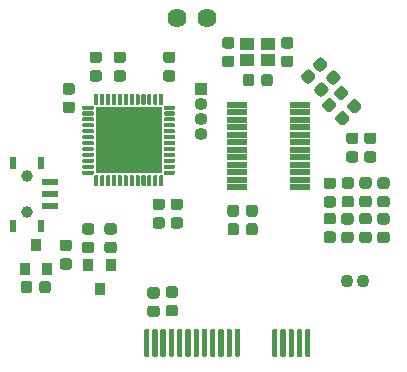
<source format=gts>
G04 #@! TF.GenerationSoftware,KiCad,Pcbnew,(5.1.6)-1*
G04 #@! TF.CreationDate,2020-12-22T11:02:33+08:00*
G04 #@! TF.ProjectId,V1.0,56312e30-2e6b-4696-9361-645f70636258,rev?*
G04 #@! TF.SameCoordinates,Original*
G04 #@! TF.FileFunction,Soldermask,Top*
G04 #@! TF.FilePolarity,Negative*
%FSLAX46Y46*%
G04 Gerber Fmt 4.6, Leading zero omitted, Abs format (unit mm)*
G04 Created by KiCad (PCBNEW (5.1.6)-1) date 2020-12-22 11:02:33*
%MOMM*%
%LPD*%
G01*
G04 APERTURE LIST*
%ADD10C,1.624000*%
%ADD11C,1.100000*%
%ADD12R,0.900000X1.000000*%
%ADD13R,1.250000X1.100000*%
%ADD14R,1.700000X0.510000*%
%ADD15C,1.000000*%
%ADD16R,0.600000X1.100000*%
%ADD17R,1.400000X0.600000*%
%ADD18R,5.700000X5.700000*%
%ADD19O,1.100000X1.100000*%
%ADD20R,1.100000X1.100000*%
G04 APERTURE END LIST*
D10*
X28700000Y-13800000D03*
X31300000Y-13800000D03*
D11*
X44489600Y-36073500D03*
X43089600Y-36073500D03*
D12*
X22161500Y-36737800D03*
X21211500Y-34737800D03*
X23111500Y-34737800D03*
G36*
G01*
X40372741Y-18892994D02*
X39974993Y-19290741D01*
G75*
G02*
X39630279Y-19290741I-172357J172357D01*
G01*
X39285565Y-18946027D01*
G75*
G02*
X39285565Y-18601313I172357J172357D01*
G01*
X39683313Y-18203565D01*
G75*
G02*
X40028027Y-18203565I172357J-172357D01*
G01*
X40372741Y-18548279D01*
G75*
G02*
X40372741Y-18892993I-172357J-172357D01*
G01*
G37*
G36*
G01*
X41486435Y-20006688D02*
X41088687Y-20404435D01*
G75*
G02*
X40743973Y-20404435I-172357J172357D01*
G01*
X40399259Y-20059721D01*
G75*
G02*
X40399259Y-19715007I172357J172357D01*
G01*
X40797007Y-19317259D01*
G75*
G02*
X41141721Y-19317259I172357J-172357D01*
G01*
X41486435Y-19661973D01*
G75*
G02*
X41486435Y-20006687I-172357J-172357D01*
G01*
G37*
G36*
G01*
X38868200Y-42400600D02*
X38868200Y-40225600D01*
G75*
G02*
X38980700Y-40113100I112500J0D01*
G01*
X39205700Y-40113100D01*
G75*
G02*
X39318200Y-40225600I0J-112500D01*
G01*
X39318200Y-42400600D01*
G75*
G02*
X39205700Y-42513100I-112500J0D01*
G01*
X38980700Y-42513100D01*
G75*
G02*
X38868200Y-42400600I0J112500D01*
G01*
G37*
G36*
G01*
X38168200Y-42400600D02*
X38168200Y-40225600D01*
G75*
G02*
X38280700Y-40113100I112500J0D01*
G01*
X38505700Y-40113100D01*
G75*
G02*
X38618200Y-40225600I0J-112500D01*
G01*
X38618200Y-42400600D01*
G75*
G02*
X38505700Y-42513100I-112500J0D01*
G01*
X38280700Y-42513100D01*
G75*
G02*
X38168200Y-42400600I0J112500D01*
G01*
G37*
G36*
G01*
X37468200Y-42400600D02*
X37468200Y-40225600D01*
G75*
G02*
X37580700Y-40113100I112500J0D01*
G01*
X37805700Y-40113100D01*
G75*
G02*
X37918200Y-40225600I0J-112500D01*
G01*
X37918200Y-42400600D01*
G75*
G02*
X37805700Y-42513100I-112500J0D01*
G01*
X37580700Y-42513100D01*
G75*
G02*
X37468200Y-42400600I0J112500D01*
G01*
G37*
G36*
G01*
X39568200Y-42400600D02*
X39568200Y-40225600D01*
G75*
G02*
X39680700Y-40113100I112500J0D01*
G01*
X39905700Y-40113100D01*
G75*
G02*
X40018200Y-40225600I0J-112500D01*
G01*
X40018200Y-42400600D01*
G75*
G02*
X39905700Y-42513100I-112500J0D01*
G01*
X39680700Y-42513100D01*
G75*
G02*
X39568200Y-42400600I0J112500D01*
G01*
G37*
G36*
G01*
X36768200Y-42400600D02*
X36768200Y-40225600D01*
G75*
G02*
X36880700Y-40113100I112500J0D01*
G01*
X37105700Y-40113100D01*
G75*
G02*
X37218200Y-40225600I0J-112500D01*
G01*
X37218200Y-42400600D01*
G75*
G02*
X37105700Y-42513100I-112500J0D01*
G01*
X36880700Y-42513100D01*
G75*
G02*
X36768200Y-42400600I0J112500D01*
G01*
G37*
G36*
G01*
X33625000Y-42387900D02*
X33625000Y-40212900D01*
G75*
G02*
X33737500Y-40100400I112500J0D01*
G01*
X33962500Y-40100400D01*
G75*
G02*
X34075000Y-40212900I0J-112500D01*
G01*
X34075000Y-42387900D01*
G75*
G02*
X33962500Y-42500400I-112500J0D01*
G01*
X33737500Y-42500400D01*
G75*
G02*
X33625000Y-42387900I0J112500D01*
G01*
G37*
G36*
G01*
X32925000Y-42387900D02*
X32925000Y-40212900D01*
G75*
G02*
X33037500Y-40100400I112500J0D01*
G01*
X33262500Y-40100400D01*
G75*
G02*
X33375000Y-40212900I0J-112500D01*
G01*
X33375000Y-42387900D01*
G75*
G02*
X33262500Y-42500400I-112500J0D01*
G01*
X33037500Y-42500400D01*
G75*
G02*
X32925000Y-42387900I0J112500D01*
G01*
G37*
G36*
G01*
X32225000Y-42387900D02*
X32225000Y-40212900D01*
G75*
G02*
X32337500Y-40100400I112500J0D01*
G01*
X32562500Y-40100400D01*
G75*
G02*
X32675000Y-40212900I0J-112500D01*
G01*
X32675000Y-42387900D01*
G75*
G02*
X32562500Y-42500400I-112500J0D01*
G01*
X32337500Y-42500400D01*
G75*
G02*
X32225000Y-42387900I0J112500D01*
G01*
G37*
G36*
G01*
X31525000Y-42387900D02*
X31525000Y-40212900D01*
G75*
G02*
X31637500Y-40100400I112500J0D01*
G01*
X31862500Y-40100400D01*
G75*
G02*
X31975000Y-40212900I0J-112500D01*
G01*
X31975000Y-42387900D01*
G75*
G02*
X31862500Y-42500400I-112500J0D01*
G01*
X31637500Y-42500400D01*
G75*
G02*
X31525000Y-42387900I0J112500D01*
G01*
G37*
G36*
G01*
X30825000Y-42387900D02*
X30825000Y-40212900D01*
G75*
G02*
X30937500Y-40100400I112500J0D01*
G01*
X31162500Y-40100400D01*
G75*
G02*
X31275000Y-40212900I0J-112500D01*
G01*
X31275000Y-42387900D01*
G75*
G02*
X31162500Y-42500400I-112500J0D01*
G01*
X30937500Y-42500400D01*
G75*
G02*
X30825000Y-42387900I0J112500D01*
G01*
G37*
G36*
G01*
X25925000Y-42387900D02*
X25925000Y-40212900D01*
G75*
G02*
X26037500Y-40100400I112500J0D01*
G01*
X26262500Y-40100400D01*
G75*
G02*
X26375000Y-40212900I0J-112500D01*
G01*
X26375000Y-42387900D01*
G75*
G02*
X26262500Y-42500400I-112500J0D01*
G01*
X26037500Y-42500400D01*
G75*
G02*
X25925000Y-42387900I0J112500D01*
G01*
G37*
G36*
G01*
X26625000Y-42387900D02*
X26625000Y-40212900D01*
G75*
G02*
X26737500Y-40100400I112500J0D01*
G01*
X26962500Y-40100400D01*
G75*
G02*
X27075000Y-40212900I0J-112500D01*
G01*
X27075000Y-42387900D01*
G75*
G02*
X26962500Y-42500400I-112500J0D01*
G01*
X26737500Y-42500400D01*
G75*
G02*
X26625000Y-42387900I0J112500D01*
G01*
G37*
G36*
G01*
X27325000Y-42387900D02*
X27325000Y-40212900D01*
G75*
G02*
X27437500Y-40100400I112500J0D01*
G01*
X27662500Y-40100400D01*
G75*
G02*
X27775000Y-40212900I0J-112500D01*
G01*
X27775000Y-42387900D01*
G75*
G02*
X27662500Y-42500400I-112500J0D01*
G01*
X27437500Y-42500400D01*
G75*
G02*
X27325000Y-42387900I0J112500D01*
G01*
G37*
G36*
G01*
X28025000Y-42387900D02*
X28025000Y-40212900D01*
G75*
G02*
X28137500Y-40100400I112500J0D01*
G01*
X28362500Y-40100400D01*
G75*
G02*
X28475000Y-40212900I0J-112500D01*
G01*
X28475000Y-42387900D01*
G75*
G02*
X28362500Y-42500400I-112500J0D01*
G01*
X28137500Y-42500400D01*
G75*
G02*
X28025000Y-42387900I0J112500D01*
G01*
G37*
G36*
G01*
X28725000Y-42387900D02*
X28725000Y-40212900D01*
G75*
G02*
X28837500Y-40100400I112500J0D01*
G01*
X29062500Y-40100400D01*
G75*
G02*
X29175000Y-40212900I0J-112500D01*
G01*
X29175000Y-42387900D01*
G75*
G02*
X29062500Y-42500400I-112500J0D01*
G01*
X28837500Y-42500400D01*
G75*
G02*
X28725000Y-42387900I0J112500D01*
G01*
G37*
G36*
G01*
X30125000Y-42387900D02*
X30125000Y-40212900D01*
G75*
G02*
X30237500Y-40100400I112500J0D01*
G01*
X30462500Y-40100400D01*
G75*
G02*
X30575000Y-40212900I0J-112500D01*
G01*
X30575000Y-42387900D01*
G75*
G02*
X30462500Y-42500400I-112500J0D01*
G01*
X30237500Y-42500400D01*
G75*
G02*
X30125000Y-42387900I0J112500D01*
G01*
G37*
G36*
G01*
X29425000Y-42387900D02*
X29425000Y-40212900D01*
G75*
G02*
X29537500Y-40100400I112500J0D01*
G01*
X29762500Y-40100400D01*
G75*
G02*
X29875000Y-40212900I0J-112500D01*
G01*
X29875000Y-42387900D01*
G75*
G02*
X29762500Y-42500400I-112500J0D01*
G01*
X29537500Y-42500400D01*
G75*
G02*
X29425000Y-42387900I0J112500D01*
G01*
G37*
D13*
X34679000Y-15980000D03*
X36429000Y-15980000D03*
X36429000Y-17380000D03*
X34679000Y-17380000D03*
D14*
X39103300Y-21145500D03*
X39103300Y-21780500D03*
X39103300Y-22415500D03*
X39103300Y-23050500D03*
X39103300Y-26225500D03*
X39103300Y-26860500D03*
X39103300Y-27495500D03*
X39103300Y-28130500D03*
X33794700Y-28130500D03*
X33794700Y-27495500D03*
X33794700Y-26860500D03*
X33794700Y-26225500D03*
X33794700Y-23050500D03*
X33794700Y-22415500D03*
X33794700Y-21780500D03*
X33794700Y-21145500D03*
X33794700Y-23685500D03*
X33794700Y-24320500D03*
X39103300Y-24320500D03*
X39103300Y-23685500D03*
X33794700Y-24955500D03*
X33794700Y-25590500D03*
X39103300Y-24955500D03*
X39103300Y-25590500D03*
D15*
X16033500Y-30202000D03*
X16033500Y-27202000D03*
D16*
X14859000Y-31369000D03*
X14858500Y-26035000D03*
X17208500Y-31369000D03*
X17208500Y-26035000D03*
D17*
X17970500Y-27702000D03*
X17970500Y-29702000D03*
X17970500Y-28702000D03*
G36*
G01*
X43427250Y-31284000D02*
X42864750Y-31284000D01*
G75*
G02*
X42621000Y-31040250I0J243750D01*
G01*
X42621000Y-30552750D01*
G75*
G02*
X42864750Y-30309000I243750J0D01*
G01*
X43427250Y-30309000D01*
G75*
G02*
X43671000Y-30552750I0J-243750D01*
G01*
X43671000Y-31040250D01*
G75*
G02*
X43427250Y-31284000I-243750J0D01*
G01*
G37*
G36*
G01*
X43427250Y-32859000D02*
X42864750Y-32859000D01*
G75*
G02*
X42621000Y-32615250I0J243750D01*
G01*
X42621000Y-32127750D01*
G75*
G02*
X42864750Y-31884000I243750J0D01*
G01*
X43427250Y-31884000D01*
G75*
G02*
X43671000Y-32127750I0J-243750D01*
G01*
X43671000Y-32615250D01*
G75*
G02*
X43427250Y-32859000I-243750J0D01*
G01*
G37*
G36*
G01*
X44967250Y-28244000D02*
X44404750Y-28244000D01*
G75*
G02*
X44161000Y-28000250I0J243750D01*
G01*
X44161000Y-27512750D01*
G75*
G02*
X44404750Y-27269000I243750J0D01*
G01*
X44967250Y-27269000D01*
G75*
G02*
X45211000Y-27512750I0J-243750D01*
G01*
X45211000Y-28000250D01*
G75*
G02*
X44967250Y-28244000I-243750J0D01*
G01*
G37*
G36*
G01*
X44967250Y-29819000D02*
X44404750Y-29819000D01*
G75*
G02*
X44161000Y-29575250I0J243750D01*
G01*
X44161000Y-29087750D01*
G75*
G02*
X44404750Y-28844000I243750J0D01*
G01*
X44967250Y-28844000D01*
G75*
G02*
X45211000Y-29087750I0J-243750D01*
G01*
X45211000Y-29575250D01*
G75*
G02*
X44967250Y-29819000I-243750J0D01*
G01*
G37*
G36*
G01*
X45914750Y-31884000D02*
X46477250Y-31884000D01*
G75*
G02*
X46721000Y-32127750I0J-243750D01*
G01*
X46721000Y-32615250D01*
G75*
G02*
X46477250Y-32859000I-243750J0D01*
G01*
X45914750Y-32859000D01*
G75*
G02*
X45671000Y-32615250I0J243750D01*
G01*
X45671000Y-32127750D01*
G75*
G02*
X45914750Y-31884000I243750J0D01*
G01*
G37*
G36*
G01*
X45914750Y-30309000D02*
X46477250Y-30309000D01*
G75*
G02*
X46721000Y-30552750I0J-243750D01*
G01*
X46721000Y-31040250D01*
G75*
G02*
X46477250Y-31284000I-243750J0D01*
G01*
X45914750Y-31284000D01*
G75*
G02*
X45671000Y-31040250I0J243750D01*
G01*
X45671000Y-30552750D01*
G75*
G02*
X45914750Y-30309000I243750J0D01*
G01*
G37*
G36*
G01*
X35860000Y-19331250D02*
X35860000Y-18768750D01*
G75*
G02*
X36103750Y-18525000I243750J0D01*
G01*
X36591250Y-18525000D01*
G75*
G02*
X36835000Y-18768750I0J-243750D01*
G01*
X36835000Y-19331250D01*
G75*
G02*
X36591250Y-19575000I-243750J0D01*
G01*
X36103750Y-19575000D01*
G75*
G02*
X35860000Y-19331250I0J243750D01*
G01*
G37*
G36*
G01*
X34285000Y-19331250D02*
X34285000Y-18768750D01*
G75*
G02*
X34528750Y-18525000I243750J0D01*
G01*
X35016250Y-18525000D01*
G75*
G02*
X35260000Y-18768750I0J-243750D01*
G01*
X35260000Y-19331250D01*
G75*
G02*
X35016250Y-19575000I-243750J0D01*
G01*
X34528750Y-19575000D01*
G75*
G02*
X34285000Y-19331250I0J243750D01*
G01*
G37*
G36*
G01*
X41388741Y-17876994D02*
X40990993Y-18274741D01*
G75*
G02*
X40646279Y-18274741I-172357J172357D01*
G01*
X40301565Y-17930027D01*
G75*
G02*
X40301565Y-17585313I172357J172357D01*
G01*
X40699313Y-17187565D01*
G75*
G02*
X41044027Y-17187565I172357J-172357D01*
G01*
X41388741Y-17532279D01*
G75*
G02*
X41388741Y-17876993I-172357J-172357D01*
G01*
G37*
G36*
G01*
X42502435Y-18990688D02*
X42104687Y-19388435D01*
G75*
G02*
X41759973Y-19388435I-172357J172357D01*
G01*
X41415259Y-19043721D01*
G75*
G02*
X41415259Y-18699007I172357J172357D01*
G01*
X41813007Y-18301259D01*
G75*
G02*
X42157721Y-18301259I172357J-172357D01*
G01*
X42502435Y-18645973D01*
G75*
G02*
X42502435Y-18990687I-172357J-172357D01*
G01*
G37*
G36*
G01*
X42150741Y-21305994D02*
X41752993Y-21703741D01*
G75*
G02*
X41408279Y-21703741I-172357J172357D01*
G01*
X41063565Y-21359027D01*
G75*
G02*
X41063565Y-21014313I172357J172357D01*
G01*
X41461313Y-20616565D01*
G75*
G02*
X41806027Y-20616565I172357J-172357D01*
G01*
X42150741Y-20961279D01*
G75*
G02*
X42150741Y-21305993I-172357J-172357D01*
G01*
G37*
G36*
G01*
X43264435Y-22419688D02*
X42866687Y-22817435D01*
G75*
G02*
X42521973Y-22817435I-172357J172357D01*
G01*
X42177259Y-22472721D01*
G75*
G02*
X42177259Y-22128007I172357J172357D01*
G01*
X42575007Y-21730259D01*
G75*
G02*
X42919721Y-21730259I172357J-172357D01*
G01*
X43264435Y-22074973D01*
G75*
G02*
X43264435Y-22419687I-172357J-172357D01*
G01*
G37*
G36*
G01*
X41374750Y-31864000D02*
X41937250Y-31864000D01*
G75*
G02*
X42181000Y-32107750I0J-243750D01*
G01*
X42181000Y-32595250D01*
G75*
G02*
X41937250Y-32839000I-243750J0D01*
G01*
X41374750Y-32839000D01*
G75*
G02*
X41131000Y-32595250I0J243750D01*
G01*
X41131000Y-32107750D01*
G75*
G02*
X41374750Y-31864000I243750J0D01*
G01*
G37*
G36*
G01*
X41374750Y-30289000D02*
X41937250Y-30289000D01*
G75*
G02*
X42181000Y-30532750I0J-243750D01*
G01*
X42181000Y-31020250D01*
G75*
G02*
X41937250Y-31264000I-243750J0D01*
G01*
X41374750Y-31264000D01*
G75*
G02*
X41131000Y-31020250I0J243750D01*
G01*
X41131000Y-30532750D01*
G75*
G02*
X41374750Y-30289000I243750J0D01*
G01*
G37*
G36*
G01*
X43166741Y-20289994D02*
X42768993Y-20687741D01*
G75*
G02*
X42424279Y-20687741I-172357J172357D01*
G01*
X42079565Y-20343027D01*
G75*
G02*
X42079565Y-19998313I172357J172357D01*
G01*
X42477313Y-19600565D01*
G75*
G02*
X42822027Y-19600565I172357J-172357D01*
G01*
X43166741Y-19945279D01*
G75*
G02*
X43166741Y-20289993I-172357J-172357D01*
G01*
G37*
G36*
G01*
X44280435Y-21403688D02*
X43882687Y-21801435D01*
G75*
G02*
X43537973Y-21801435I-172357J172357D01*
G01*
X43193259Y-21456721D01*
G75*
G02*
X43193259Y-21112007I172357J172357D01*
G01*
X43591007Y-20714259D01*
G75*
G02*
X43935721Y-20714259I172357J-172357D01*
G01*
X44280435Y-21058973D01*
G75*
G02*
X44280435Y-21403687I-172357J-172357D01*
G01*
G37*
G36*
G01*
X44394750Y-31874000D02*
X44957250Y-31874000D01*
G75*
G02*
X45201000Y-32117750I0J-243750D01*
G01*
X45201000Y-32605250D01*
G75*
G02*
X44957250Y-32849000I-243750J0D01*
G01*
X44394750Y-32849000D01*
G75*
G02*
X44151000Y-32605250I0J243750D01*
G01*
X44151000Y-32117750D01*
G75*
G02*
X44394750Y-31874000I243750J0D01*
G01*
G37*
G36*
G01*
X44394750Y-30299000D02*
X44957250Y-30299000D01*
G75*
G02*
X45201000Y-30542750I0J-243750D01*
G01*
X45201000Y-31030250D01*
G75*
G02*
X44957250Y-31274000I-243750J0D01*
G01*
X44394750Y-31274000D01*
G75*
G02*
X44151000Y-31030250I0J243750D01*
G01*
X44151000Y-30542750D01*
G75*
G02*
X44394750Y-30299000I243750J0D01*
G01*
G37*
G36*
G01*
X45366250Y-24465000D02*
X44803750Y-24465000D01*
G75*
G02*
X44560000Y-24221250I0J243750D01*
G01*
X44560000Y-23733750D01*
G75*
G02*
X44803750Y-23490000I243750J0D01*
G01*
X45366250Y-23490000D01*
G75*
G02*
X45610000Y-23733750I0J-243750D01*
G01*
X45610000Y-24221250D01*
G75*
G02*
X45366250Y-24465000I-243750J0D01*
G01*
G37*
G36*
G01*
X45366250Y-26040000D02*
X44803750Y-26040000D01*
G75*
G02*
X44560000Y-25796250I0J243750D01*
G01*
X44560000Y-25308750D01*
G75*
G02*
X44803750Y-25065000I243750J0D01*
G01*
X45366250Y-25065000D01*
G75*
G02*
X45610000Y-25308750I0J-243750D01*
G01*
X45610000Y-25796250D01*
G75*
G02*
X45366250Y-26040000I-243750J0D01*
G01*
G37*
G36*
G01*
X32772750Y-16980000D02*
X33335250Y-16980000D01*
G75*
G02*
X33579000Y-17223750I0J-243750D01*
G01*
X33579000Y-17711250D01*
G75*
G02*
X33335250Y-17955000I-243750J0D01*
G01*
X32772750Y-17955000D01*
G75*
G02*
X32529000Y-17711250I0J243750D01*
G01*
X32529000Y-17223750D01*
G75*
G02*
X32772750Y-16980000I243750J0D01*
G01*
G37*
G36*
G01*
X32772750Y-15405000D02*
X33335250Y-15405000D01*
G75*
G02*
X33579000Y-15648750I0J-243750D01*
G01*
X33579000Y-16136250D01*
G75*
G02*
X33335250Y-16380000I-243750J0D01*
G01*
X32772750Y-16380000D01*
G75*
G02*
X32529000Y-16136250I0J243750D01*
G01*
X32529000Y-15648750D01*
G75*
G02*
X32772750Y-15405000I243750J0D01*
G01*
G37*
G36*
G01*
X38335250Y-16380000D02*
X37772750Y-16380000D01*
G75*
G02*
X37529000Y-16136250I0J243750D01*
G01*
X37529000Y-15648750D01*
G75*
G02*
X37772750Y-15405000I243750J0D01*
G01*
X38335250Y-15405000D01*
G75*
G02*
X38579000Y-15648750I0J-243750D01*
G01*
X38579000Y-16136250D01*
G75*
G02*
X38335250Y-16380000I-243750J0D01*
G01*
G37*
G36*
G01*
X38335250Y-17955000D02*
X37772750Y-17955000D01*
G75*
G02*
X37529000Y-17711250I0J243750D01*
G01*
X37529000Y-17223750D01*
G75*
G02*
X37772750Y-16980000I243750J0D01*
G01*
X38335250Y-16980000D01*
G75*
G02*
X38579000Y-17223750I0J-243750D01*
G01*
X38579000Y-17711250D01*
G75*
G02*
X38335250Y-17955000I-243750J0D01*
G01*
G37*
G36*
G01*
X43842250Y-24465000D02*
X43279750Y-24465000D01*
G75*
G02*
X43036000Y-24221250I0J243750D01*
G01*
X43036000Y-23733750D01*
G75*
G02*
X43279750Y-23490000I243750J0D01*
G01*
X43842250Y-23490000D01*
G75*
G02*
X44086000Y-23733750I0J-243750D01*
G01*
X44086000Y-24221250D01*
G75*
G02*
X43842250Y-24465000I-243750J0D01*
G01*
G37*
G36*
G01*
X43842250Y-26040000D02*
X43279750Y-26040000D01*
G75*
G02*
X43036000Y-25796250I0J243750D01*
G01*
X43036000Y-25308750D01*
G75*
G02*
X43279750Y-25065000I243750J0D01*
G01*
X43842250Y-25065000D01*
G75*
G02*
X44086000Y-25308750I0J-243750D01*
G01*
X44086000Y-25796250D01*
G75*
G02*
X43842250Y-26040000I-243750J0D01*
G01*
G37*
G36*
G01*
X42898750Y-28849500D02*
X43461250Y-28849500D01*
G75*
G02*
X43705000Y-29093250I0J-243750D01*
G01*
X43705000Y-29580750D01*
G75*
G02*
X43461250Y-29824500I-243750J0D01*
G01*
X42898750Y-29824500D01*
G75*
G02*
X42655000Y-29580750I0J243750D01*
G01*
X42655000Y-29093250D01*
G75*
G02*
X42898750Y-28849500I243750J0D01*
G01*
G37*
G36*
G01*
X42898750Y-27274500D02*
X43461250Y-27274500D01*
G75*
G02*
X43705000Y-27518250I0J-243750D01*
G01*
X43705000Y-28005750D01*
G75*
G02*
X43461250Y-28249500I-243750J0D01*
G01*
X42898750Y-28249500D01*
G75*
G02*
X42655000Y-28005750I0J243750D01*
G01*
X42655000Y-27518250D01*
G75*
G02*
X42898750Y-27274500I243750J0D01*
G01*
G37*
G36*
G01*
X41374750Y-28875000D02*
X41937250Y-28875000D01*
G75*
G02*
X42181000Y-29118750I0J-243750D01*
G01*
X42181000Y-29606250D01*
G75*
G02*
X41937250Y-29850000I-243750J0D01*
G01*
X41374750Y-29850000D01*
G75*
G02*
X41131000Y-29606250I0J243750D01*
G01*
X41131000Y-29118750D01*
G75*
G02*
X41374750Y-28875000I243750J0D01*
G01*
G37*
G36*
G01*
X41374750Y-27300000D02*
X41937250Y-27300000D01*
G75*
G02*
X42181000Y-27543750I0J-243750D01*
G01*
X42181000Y-28031250D01*
G75*
G02*
X41937250Y-28275000I-243750J0D01*
G01*
X41374750Y-28275000D01*
G75*
G02*
X41131000Y-28031250I0J243750D01*
G01*
X41131000Y-27543750D01*
G75*
G02*
X41374750Y-27300000I243750J0D01*
G01*
G37*
G36*
G01*
X46487250Y-28254000D02*
X45924750Y-28254000D01*
G75*
G02*
X45681000Y-28010250I0J243750D01*
G01*
X45681000Y-27522750D01*
G75*
G02*
X45924750Y-27279000I243750J0D01*
G01*
X46487250Y-27279000D01*
G75*
G02*
X46731000Y-27522750I0J-243750D01*
G01*
X46731000Y-28010250D01*
G75*
G02*
X46487250Y-28254000I-243750J0D01*
G01*
G37*
G36*
G01*
X46487250Y-29829000D02*
X45924750Y-29829000D01*
G75*
G02*
X45681000Y-29585250I0J243750D01*
G01*
X45681000Y-29097750D01*
G75*
G02*
X45924750Y-28854000I243750J0D01*
G01*
X46487250Y-28854000D01*
G75*
G02*
X46731000Y-29097750I0J-243750D01*
G01*
X46731000Y-29585250D01*
G75*
G02*
X46487250Y-29829000I-243750J0D01*
G01*
G37*
G36*
G01*
X34573000Y-31960250D02*
X34573000Y-31397750D01*
G75*
G02*
X34816750Y-31154000I243750J0D01*
G01*
X35304250Y-31154000D01*
G75*
G02*
X35548000Y-31397750I0J-243750D01*
G01*
X35548000Y-31960250D01*
G75*
G02*
X35304250Y-32204000I-243750J0D01*
G01*
X34816750Y-32204000D01*
G75*
G02*
X34573000Y-31960250I0J243750D01*
G01*
G37*
G36*
G01*
X32998000Y-31960250D02*
X32998000Y-31397750D01*
G75*
G02*
X33241750Y-31154000I243750J0D01*
G01*
X33729250Y-31154000D01*
G75*
G02*
X33973000Y-31397750I0J-243750D01*
G01*
X33973000Y-31960250D01*
G75*
G02*
X33729250Y-32204000I-243750J0D01*
G01*
X33241750Y-32204000D01*
G75*
G02*
X32998000Y-31960250I0J243750D01*
G01*
G37*
G36*
G01*
X34563000Y-30390250D02*
X34563000Y-29827750D01*
G75*
G02*
X34806750Y-29584000I243750J0D01*
G01*
X35294250Y-29584000D01*
G75*
G02*
X35538000Y-29827750I0J-243750D01*
G01*
X35538000Y-30390250D01*
G75*
G02*
X35294250Y-30634000I-243750J0D01*
G01*
X34806750Y-30634000D01*
G75*
G02*
X34563000Y-30390250I0J243750D01*
G01*
G37*
G36*
G01*
X32988000Y-30390250D02*
X32988000Y-29827750D01*
G75*
G02*
X33231750Y-29584000I243750J0D01*
G01*
X33719250Y-29584000D01*
G75*
G02*
X33963000Y-29827750I0J-243750D01*
G01*
X33963000Y-30390250D01*
G75*
G02*
X33719250Y-30634000I-243750J0D01*
G01*
X33231750Y-30634000D01*
G75*
G02*
X32988000Y-30390250I0J243750D01*
G01*
G37*
D12*
X16764000Y-33036000D03*
X17714000Y-35036000D03*
X15814000Y-35036000D03*
D18*
X24638000Y-24130000D03*
G36*
G01*
X21713000Y-21092500D02*
X21713000Y-20292500D01*
G75*
G02*
X21800500Y-20205000I87500J0D01*
G01*
X21975500Y-20205000D01*
G75*
G02*
X22063000Y-20292500I0J-87500D01*
G01*
X22063000Y-21092500D01*
G75*
G02*
X21975500Y-21180000I-87500J0D01*
G01*
X21800500Y-21180000D01*
G75*
G02*
X21713000Y-21092500I0J87500D01*
G01*
G37*
G36*
G01*
X22213000Y-21092500D02*
X22213000Y-20292500D01*
G75*
G02*
X22300500Y-20205000I87500J0D01*
G01*
X22475500Y-20205000D01*
G75*
G02*
X22563000Y-20292500I0J-87500D01*
G01*
X22563000Y-21092500D01*
G75*
G02*
X22475500Y-21180000I-87500J0D01*
G01*
X22300500Y-21180000D01*
G75*
G02*
X22213000Y-21092500I0J87500D01*
G01*
G37*
G36*
G01*
X22713000Y-21092500D02*
X22713000Y-20292500D01*
G75*
G02*
X22800500Y-20205000I87500J0D01*
G01*
X22975500Y-20205000D01*
G75*
G02*
X23063000Y-20292500I0J-87500D01*
G01*
X23063000Y-21092500D01*
G75*
G02*
X22975500Y-21180000I-87500J0D01*
G01*
X22800500Y-21180000D01*
G75*
G02*
X22713000Y-21092500I0J87500D01*
G01*
G37*
G36*
G01*
X23213000Y-21092500D02*
X23213000Y-20292500D01*
G75*
G02*
X23300500Y-20205000I87500J0D01*
G01*
X23475500Y-20205000D01*
G75*
G02*
X23563000Y-20292500I0J-87500D01*
G01*
X23563000Y-21092500D01*
G75*
G02*
X23475500Y-21180000I-87500J0D01*
G01*
X23300500Y-21180000D01*
G75*
G02*
X23213000Y-21092500I0J87500D01*
G01*
G37*
G36*
G01*
X23713000Y-21092500D02*
X23713000Y-20292500D01*
G75*
G02*
X23800500Y-20205000I87500J0D01*
G01*
X23975500Y-20205000D01*
G75*
G02*
X24063000Y-20292500I0J-87500D01*
G01*
X24063000Y-21092500D01*
G75*
G02*
X23975500Y-21180000I-87500J0D01*
G01*
X23800500Y-21180000D01*
G75*
G02*
X23713000Y-21092500I0J87500D01*
G01*
G37*
G36*
G01*
X24213000Y-21092500D02*
X24213000Y-20292500D01*
G75*
G02*
X24300500Y-20205000I87500J0D01*
G01*
X24475500Y-20205000D01*
G75*
G02*
X24563000Y-20292500I0J-87500D01*
G01*
X24563000Y-21092500D01*
G75*
G02*
X24475500Y-21180000I-87500J0D01*
G01*
X24300500Y-21180000D01*
G75*
G02*
X24213000Y-21092500I0J87500D01*
G01*
G37*
G36*
G01*
X24713000Y-21092500D02*
X24713000Y-20292500D01*
G75*
G02*
X24800500Y-20205000I87500J0D01*
G01*
X24975500Y-20205000D01*
G75*
G02*
X25063000Y-20292500I0J-87500D01*
G01*
X25063000Y-21092500D01*
G75*
G02*
X24975500Y-21180000I-87500J0D01*
G01*
X24800500Y-21180000D01*
G75*
G02*
X24713000Y-21092500I0J87500D01*
G01*
G37*
G36*
G01*
X25213000Y-21092500D02*
X25213000Y-20292500D01*
G75*
G02*
X25300500Y-20205000I87500J0D01*
G01*
X25475500Y-20205000D01*
G75*
G02*
X25563000Y-20292500I0J-87500D01*
G01*
X25563000Y-21092500D01*
G75*
G02*
X25475500Y-21180000I-87500J0D01*
G01*
X25300500Y-21180000D01*
G75*
G02*
X25213000Y-21092500I0J87500D01*
G01*
G37*
G36*
G01*
X25713000Y-21092500D02*
X25713000Y-20292500D01*
G75*
G02*
X25800500Y-20205000I87500J0D01*
G01*
X25975500Y-20205000D01*
G75*
G02*
X26063000Y-20292500I0J-87500D01*
G01*
X26063000Y-21092500D01*
G75*
G02*
X25975500Y-21180000I-87500J0D01*
G01*
X25800500Y-21180000D01*
G75*
G02*
X25713000Y-21092500I0J87500D01*
G01*
G37*
G36*
G01*
X26213000Y-21092500D02*
X26213000Y-20292500D01*
G75*
G02*
X26300500Y-20205000I87500J0D01*
G01*
X26475500Y-20205000D01*
G75*
G02*
X26563000Y-20292500I0J-87500D01*
G01*
X26563000Y-21092500D01*
G75*
G02*
X26475500Y-21180000I-87500J0D01*
G01*
X26300500Y-21180000D01*
G75*
G02*
X26213000Y-21092500I0J87500D01*
G01*
G37*
G36*
G01*
X26713000Y-21092500D02*
X26713000Y-20292500D01*
G75*
G02*
X26800500Y-20205000I87500J0D01*
G01*
X26975500Y-20205000D01*
G75*
G02*
X27063000Y-20292500I0J-87500D01*
G01*
X27063000Y-21092500D01*
G75*
G02*
X26975500Y-21180000I-87500J0D01*
G01*
X26800500Y-21180000D01*
G75*
G02*
X26713000Y-21092500I0J87500D01*
G01*
G37*
G36*
G01*
X27213000Y-21092500D02*
X27213000Y-20292500D01*
G75*
G02*
X27300500Y-20205000I87500J0D01*
G01*
X27475500Y-20205000D01*
G75*
G02*
X27563000Y-20292500I0J-87500D01*
G01*
X27563000Y-21092500D01*
G75*
G02*
X27475500Y-21180000I-87500J0D01*
G01*
X27300500Y-21180000D01*
G75*
G02*
X27213000Y-21092500I0J87500D01*
G01*
G37*
G36*
G01*
X27588000Y-21467500D02*
X27588000Y-21292500D01*
G75*
G02*
X27675500Y-21205000I87500J0D01*
G01*
X28475500Y-21205000D01*
G75*
G02*
X28563000Y-21292500I0J-87500D01*
G01*
X28563000Y-21467500D01*
G75*
G02*
X28475500Y-21555000I-87500J0D01*
G01*
X27675500Y-21555000D01*
G75*
G02*
X27588000Y-21467500I0J87500D01*
G01*
G37*
G36*
G01*
X27588000Y-21967500D02*
X27588000Y-21792500D01*
G75*
G02*
X27675500Y-21705000I87500J0D01*
G01*
X28475500Y-21705000D01*
G75*
G02*
X28563000Y-21792500I0J-87500D01*
G01*
X28563000Y-21967500D01*
G75*
G02*
X28475500Y-22055000I-87500J0D01*
G01*
X27675500Y-22055000D01*
G75*
G02*
X27588000Y-21967500I0J87500D01*
G01*
G37*
G36*
G01*
X27588000Y-22467500D02*
X27588000Y-22292500D01*
G75*
G02*
X27675500Y-22205000I87500J0D01*
G01*
X28475500Y-22205000D01*
G75*
G02*
X28563000Y-22292500I0J-87500D01*
G01*
X28563000Y-22467500D01*
G75*
G02*
X28475500Y-22555000I-87500J0D01*
G01*
X27675500Y-22555000D01*
G75*
G02*
X27588000Y-22467500I0J87500D01*
G01*
G37*
G36*
G01*
X27588000Y-22967500D02*
X27588000Y-22792500D01*
G75*
G02*
X27675500Y-22705000I87500J0D01*
G01*
X28475500Y-22705000D01*
G75*
G02*
X28563000Y-22792500I0J-87500D01*
G01*
X28563000Y-22967500D01*
G75*
G02*
X28475500Y-23055000I-87500J0D01*
G01*
X27675500Y-23055000D01*
G75*
G02*
X27588000Y-22967500I0J87500D01*
G01*
G37*
G36*
G01*
X27588000Y-23467500D02*
X27588000Y-23292500D01*
G75*
G02*
X27675500Y-23205000I87500J0D01*
G01*
X28475500Y-23205000D01*
G75*
G02*
X28563000Y-23292500I0J-87500D01*
G01*
X28563000Y-23467500D01*
G75*
G02*
X28475500Y-23555000I-87500J0D01*
G01*
X27675500Y-23555000D01*
G75*
G02*
X27588000Y-23467500I0J87500D01*
G01*
G37*
G36*
G01*
X27588000Y-23967500D02*
X27588000Y-23792500D01*
G75*
G02*
X27675500Y-23705000I87500J0D01*
G01*
X28475500Y-23705000D01*
G75*
G02*
X28563000Y-23792500I0J-87500D01*
G01*
X28563000Y-23967500D01*
G75*
G02*
X28475500Y-24055000I-87500J0D01*
G01*
X27675500Y-24055000D01*
G75*
G02*
X27588000Y-23967500I0J87500D01*
G01*
G37*
G36*
G01*
X27588000Y-24467500D02*
X27588000Y-24292500D01*
G75*
G02*
X27675500Y-24205000I87500J0D01*
G01*
X28475500Y-24205000D01*
G75*
G02*
X28563000Y-24292500I0J-87500D01*
G01*
X28563000Y-24467500D01*
G75*
G02*
X28475500Y-24555000I-87500J0D01*
G01*
X27675500Y-24555000D01*
G75*
G02*
X27588000Y-24467500I0J87500D01*
G01*
G37*
G36*
G01*
X27588000Y-24967500D02*
X27588000Y-24792500D01*
G75*
G02*
X27675500Y-24705000I87500J0D01*
G01*
X28475500Y-24705000D01*
G75*
G02*
X28563000Y-24792500I0J-87500D01*
G01*
X28563000Y-24967500D01*
G75*
G02*
X28475500Y-25055000I-87500J0D01*
G01*
X27675500Y-25055000D01*
G75*
G02*
X27588000Y-24967500I0J87500D01*
G01*
G37*
G36*
G01*
X27588000Y-25467500D02*
X27588000Y-25292500D01*
G75*
G02*
X27675500Y-25205000I87500J0D01*
G01*
X28475500Y-25205000D01*
G75*
G02*
X28563000Y-25292500I0J-87500D01*
G01*
X28563000Y-25467500D01*
G75*
G02*
X28475500Y-25555000I-87500J0D01*
G01*
X27675500Y-25555000D01*
G75*
G02*
X27588000Y-25467500I0J87500D01*
G01*
G37*
G36*
G01*
X27588000Y-25967500D02*
X27588000Y-25792500D01*
G75*
G02*
X27675500Y-25705000I87500J0D01*
G01*
X28475500Y-25705000D01*
G75*
G02*
X28563000Y-25792500I0J-87500D01*
G01*
X28563000Y-25967500D01*
G75*
G02*
X28475500Y-26055000I-87500J0D01*
G01*
X27675500Y-26055000D01*
G75*
G02*
X27588000Y-25967500I0J87500D01*
G01*
G37*
G36*
G01*
X27588000Y-26467500D02*
X27588000Y-26292500D01*
G75*
G02*
X27675500Y-26205000I87500J0D01*
G01*
X28475500Y-26205000D01*
G75*
G02*
X28563000Y-26292500I0J-87500D01*
G01*
X28563000Y-26467500D01*
G75*
G02*
X28475500Y-26555000I-87500J0D01*
G01*
X27675500Y-26555000D01*
G75*
G02*
X27588000Y-26467500I0J87500D01*
G01*
G37*
G36*
G01*
X27588000Y-26967500D02*
X27588000Y-26792500D01*
G75*
G02*
X27675500Y-26705000I87500J0D01*
G01*
X28475500Y-26705000D01*
G75*
G02*
X28563000Y-26792500I0J-87500D01*
G01*
X28563000Y-26967500D01*
G75*
G02*
X28475500Y-27055000I-87500J0D01*
G01*
X27675500Y-27055000D01*
G75*
G02*
X27588000Y-26967500I0J87500D01*
G01*
G37*
G36*
G01*
X27213000Y-27967500D02*
X27213000Y-27167500D01*
G75*
G02*
X27300500Y-27080000I87500J0D01*
G01*
X27475500Y-27080000D01*
G75*
G02*
X27563000Y-27167500I0J-87500D01*
G01*
X27563000Y-27967500D01*
G75*
G02*
X27475500Y-28055000I-87500J0D01*
G01*
X27300500Y-28055000D01*
G75*
G02*
X27213000Y-27967500I0J87500D01*
G01*
G37*
G36*
G01*
X26713000Y-27967500D02*
X26713000Y-27167500D01*
G75*
G02*
X26800500Y-27080000I87500J0D01*
G01*
X26975500Y-27080000D01*
G75*
G02*
X27063000Y-27167500I0J-87500D01*
G01*
X27063000Y-27967500D01*
G75*
G02*
X26975500Y-28055000I-87500J0D01*
G01*
X26800500Y-28055000D01*
G75*
G02*
X26713000Y-27967500I0J87500D01*
G01*
G37*
G36*
G01*
X26213000Y-27967500D02*
X26213000Y-27167500D01*
G75*
G02*
X26300500Y-27080000I87500J0D01*
G01*
X26475500Y-27080000D01*
G75*
G02*
X26563000Y-27167500I0J-87500D01*
G01*
X26563000Y-27967500D01*
G75*
G02*
X26475500Y-28055000I-87500J0D01*
G01*
X26300500Y-28055000D01*
G75*
G02*
X26213000Y-27967500I0J87500D01*
G01*
G37*
G36*
G01*
X25713000Y-27967500D02*
X25713000Y-27167500D01*
G75*
G02*
X25800500Y-27080000I87500J0D01*
G01*
X25975500Y-27080000D01*
G75*
G02*
X26063000Y-27167500I0J-87500D01*
G01*
X26063000Y-27967500D01*
G75*
G02*
X25975500Y-28055000I-87500J0D01*
G01*
X25800500Y-28055000D01*
G75*
G02*
X25713000Y-27967500I0J87500D01*
G01*
G37*
G36*
G01*
X25213000Y-27967500D02*
X25213000Y-27167500D01*
G75*
G02*
X25300500Y-27080000I87500J0D01*
G01*
X25475500Y-27080000D01*
G75*
G02*
X25563000Y-27167500I0J-87500D01*
G01*
X25563000Y-27967500D01*
G75*
G02*
X25475500Y-28055000I-87500J0D01*
G01*
X25300500Y-28055000D01*
G75*
G02*
X25213000Y-27967500I0J87500D01*
G01*
G37*
G36*
G01*
X24713000Y-27967500D02*
X24713000Y-27167500D01*
G75*
G02*
X24800500Y-27080000I87500J0D01*
G01*
X24975500Y-27080000D01*
G75*
G02*
X25063000Y-27167500I0J-87500D01*
G01*
X25063000Y-27967500D01*
G75*
G02*
X24975500Y-28055000I-87500J0D01*
G01*
X24800500Y-28055000D01*
G75*
G02*
X24713000Y-27967500I0J87500D01*
G01*
G37*
G36*
G01*
X24213000Y-27967500D02*
X24213000Y-27167500D01*
G75*
G02*
X24300500Y-27080000I87500J0D01*
G01*
X24475500Y-27080000D01*
G75*
G02*
X24563000Y-27167500I0J-87500D01*
G01*
X24563000Y-27967500D01*
G75*
G02*
X24475500Y-28055000I-87500J0D01*
G01*
X24300500Y-28055000D01*
G75*
G02*
X24213000Y-27967500I0J87500D01*
G01*
G37*
G36*
G01*
X23713000Y-27967500D02*
X23713000Y-27167500D01*
G75*
G02*
X23800500Y-27080000I87500J0D01*
G01*
X23975500Y-27080000D01*
G75*
G02*
X24063000Y-27167500I0J-87500D01*
G01*
X24063000Y-27967500D01*
G75*
G02*
X23975500Y-28055000I-87500J0D01*
G01*
X23800500Y-28055000D01*
G75*
G02*
X23713000Y-27967500I0J87500D01*
G01*
G37*
G36*
G01*
X23213000Y-27967500D02*
X23213000Y-27167500D01*
G75*
G02*
X23300500Y-27080000I87500J0D01*
G01*
X23475500Y-27080000D01*
G75*
G02*
X23563000Y-27167500I0J-87500D01*
G01*
X23563000Y-27967500D01*
G75*
G02*
X23475500Y-28055000I-87500J0D01*
G01*
X23300500Y-28055000D01*
G75*
G02*
X23213000Y-27967500I0J87500D01*
G01*
G37*
G36*
G01*
X22713000Y-27967500D02*
X22713000Y-27167500D01*
G75*
G02*
X22800500Y-27080000I87500J0D01*
G01*
X22975500Y-27080000D01*
G75*
G02*
X23063000Y-27167500I0J-87500D01*
G01*
X23063000Y-27967500D01*
G75*
G02*
X22975500Y-28055000I-87500J0D01*
G01*
X22800500Y-28055000D01*
G75*
G02*
X22713000Y-27967500I0J87500D01*
G01*
G37*
G36*
G01*
X22213000Y-27967500D02*
X22213000Y-27167500D01*
G75*
G02*
X22300500Y-27080000I87500J0D01*
G01*
X22475500Y-27080000D01*
G75*
G02*
X22563000Y-27167500I0J-87500D01*
G01*
X22563000Y-27967500D01*
G75*
G02*
X22475500Y-28055000I-87500J0D01*
G01*
X22300500Y-28055000D01*
G75*
G02*
X22213000Y-27967500I0J87500D01*
G01*
G37*
G36*
G01*
X21713000Y-27967500D02*
X21713000Y-27167500D01*
G75*
G02*
X21800500Y-27080000I87500J0D01*
G01*
X21975500Y-27080000D01*
G75*
G02*
X22063000Y-27167500I0J-87500D01*
G01*
X22063000Y-27967500D01*
G75*
G02*
X21975500Y-28055000I-87500J0D01*
G01*
X21800500Y-28055000D01*
G75*
G02*
X21713000Y-27967500I0J87500D01*
G01*
G37*
G36*
G01*
X20713000Y-26967500D02*
X20713000Y-26792500D01*
G75*
G02*
X20800500Y-26705000I87500J0D01*
G01*
X21600500Y-26705000D01*
G75*
G02*
X21688000Y-26792500I0J-87500D01*
G01*
X21688000Y-26967500D01*
G75*
G02*
X21600500Y-27055000I-87500J0D01*
G01*
X20800500Y-27055000D01*
G75*
G02*
X20713000Y-26967500I0J87500D01*
G01*
G37*
G36*
G01*
X20713000Y-26467500D02*
X20713000Y-26292500D01*
G75*
G02*
X20800500Y-26205000I87500J0D01*
G01*
X21600500Y-26205000D01*
G75*
G02*
X21688000Y-26292500I0J-87500D01*
G01*
X21688000Y-26467500D01*
G75*
G02*
X21600500Y-26555000I-87500J0D01*
G01*
X20800500Y-26555000D01*
G75*
G02*
X20713000Y-26467500I0J87500D01*
G01*
G37*
G36*
G01*
X20713000Y-25967500D02*
X20713000Y-25792500D01*
G75*
G02*
X20800500Y-25705000I87500J0D01*
G01*
X21600500Y-25705000D01*
G75*
G02*
X21688000Y-25792500I0J-87500D01*
G01*
X21688000Y-25967500D01*
G75*
G02*
X21600500Y-26055000I-87500J0D01*
G01*
X20800500Y-26055000D01*
G75*
G02*
X20713000Y-25967500I0J87500D01*
G01*
G37*
G36*
G01*
X20713000Y-25467500D02*
X20713000Y-25292500D01*
G75*
G02*
X20800500Y-25205000I87500J0D01*
G01*
X21600500Y-25205000D01*
G75*
G02*
X21688000Y-25292500I0J-87500D01*
G01*
X21688000Y-25467500D01*
G75*
G02*
X21600500Y-25555000I-87500J0D01*
G01*
X20800500Y-25555000D01*
G75*
G02*
X20713000Y-25467500I0J87500D01*
G01*
G37*
G36*
G01*
X20713000Y-24967500D02*
X20713000Y-24792500D01*
G75*
G02*
X20800500Y-24705000I87500J0D01*
G01*
X21600500Y-24705000D01*
G75*
G02*
X21688000Y-24792500I0J-87500D01*
G01*
X21688000Y-24967500D01*
G75*
G02*
X21600500Y-25055000I-87500J0D01*
G01*
X20800500Y-25055000D01*
G75*
G02*
X20713000Y-24967500I0J87500D01*
G01*
G37*
G36*
G01*
X20713000Y-24467500D02*
X20713000Y-24292500D01*
G75*
G02*
X20800500Y-24205000I87500J0D01*
G01*
X21600500Y-24205000D01*
G75*
G02*
X21688000Y-24292500I0J-87500D01*
G01*
X21688000Y-24467500D01*
G75*
G02*
X21600500Y-24555000I-87500J0D01*
G01*
X20800500Y-24555000D01*
G75*
G02*
X20713000Y-24467500I0J87500D01*
G01*
G37*
G36*
G01*
X20713000Y-23967500D02*
X20713000Y-23792500D01*
G75*
G02*
X20800500Y-23705000I87500J0D01*
G01*
X21600500Y-23705000D01*
G75*
G02*
X21688000Y-23792500I0J-87500D01*
G01*
X21688000Y-23967500D01*
G75*
G02*
X21600500Y-24055000I-87500J0D01*
G01*
X20800500Y-24055000D01*
G75*
G02*
X20713000Y-23967500I0J87500D01*
G01*
G37*
G36*
G01*
X20713000Y-23467500D02*
X20713000Y-23292500D01*
G75*
G02*
X20800500Y-23205000I87500J0D01*
G01*
X21600500Y-23205000D01*
G75*
G02*
X21688000Y-23292500I0J-87500D01*
G01*
X21688000Y-23467500D01*
G75*
G02*
X21600500Y-23555000I-87500J0D01*
G01*
X20800500Y-23555000D01*
G75*
G02*
X20713000Y-23467500I0J87500D01*
G01*
G37*
G36*
G01*
X20713000Y-22967500D02*
X20713000Y-22792500D01*
G75*
G02*
X20800500Y-22705000I87500J0D01*
G01*
X21600500Y-22705000D01*
G75*
G02*
X21688000Y-22792500I0J-87500D01*
G01*
X21688000Y-22967500D01*
G75*
G02*
X21600500Y-23055000I-87500J0D01*
G01*
X20800500Y-23055000D01*
G75*
G02*
X20713000Y-22967500I0J87500D01*
G01*
G37*
G36*
G01*
X20713000Y-22467500D02*
X20713000Y-22292500D01*
G75*
G02*
X20800500Y-22205000I87500J0D01*
G01*
X21600500Y-22205000D01*
G75*
G02*
X21688000Y-22292500I0J-87500D01*
G01*
X21688000Y-22467500D01*
G75*
G02*
X21600500Y-22555000I-87500J0D01*
G01*
X20800500Y-22555000D01*
G75*
G02*
X20713000Y-22467500I0J87500D01*
G01*
G37*
G36*
G01*
X20713000Y-21967500D02*
X20713000Y-21792500D01*
G75*
G02*
X20800500Y-21705000I87500J0D01*
G01*
X21600500Y-21705000D01*
G75*
G02*
X21688000Y-21792500I0J-87500D01*
G01*
X21688000Y-21967500D01*
G75*
G02*
X21600500Y-22055000I-87500J0D01*
G01*
X20800500Y-22055000D01*
G75*
G02*
X20713000Y-21967500I0J87500D01*
G01*
G37*
G36*
G01*
X20713000Y-21467500D02*
X20713000Y-21292500D01*
G75*
G02*
X20800500Y-21205000I87500J0D01*
G01*
X21600500Y-21205000D01*
G75*
G02*
X21688000Y-21292500I0J-87500D01*
G01*
X21688000Y-21467500D01*
G75*
G02*
X21600500Y-21555000I-87500J0D01*
G01*
X20800500Y-21555000D01*
G75*
G02*
X20713000Y-21467500I0J87500D01*
G01*
G37*
G36*
G01*
X27014750Y-37546000D02*
X26452250Y-37546000D01*
G75*
G02*
X26208500Y-37302250I0J243750D01*
G01*
X26208500Y-36814750D01*
G75*
G02*
X26452250Y-36571000I243750J0D01*
G01*
X27014750Y-36571000D01*
G75*
G02*
X27258500Y-36814750I0J-243750D01*
G01*
X27258500Y-37302250D01*
G75*
G02*
X27014750Y-37546000I-243750J0D01*
G01*
G37*
G36*
G01*
X27014750Y-39121000D02*
X26452250Y-39121000D01*
G75*
G02*
X26208500Y-38877250I0J243750D01*
G01*
X26208500Y-38389750D01*
G75*
G02*
X26452250Y-38146000I243750J0D01*
G01*
X27014750Y-38146000D01*
G75*
G02*
X27258500Y-38389750I0J-243750D01*
G01*
X27258500Y-38877250D01*
G75*
G02*
X27014750Y-39121000I-243750J0D01*
G01*
G37*
G36*
G01*
X20922750Y-32734000D02*
X21485250Y-32734000D01*
G75*
G02*
X21729000Y-32977750I0J-243750D01*
G01*
X21729000Y-33465250D01*
G75*
G02*
X21485250Y-33709000I-243750J0D01*
G01*
X20922750Y-33709000D01*
G75*
G02*
X20679000Y-33465250I0J243750D01*
G01*
X20679000Y-32977750D01*
G75*
G02*
X20922750Y-32734000I243750J0D01*
G01*
G37*
G36*
G01*
X20922750Y-31159000D02*
X21485250Y-31159000D01*
G75*
G02*
X21729000Y-31402750I0J-243750D01*
G01*
X21729000Y-31890250D01*
G75*
G02*
X21485250Y-32134000I-243750J0D01*
G01*
X20922750Y-32134000D01*
G75*
G02*
X20679000Y-31890250I0J243750D01*
G01*
X20679000Y-31402750D01*
G75*
G02*
X20922750Y-31159000I243750J0D01*
G01*
G37*
G36*
G01*
X23385250Y-32134000D02*
X22822750Y-32134000D01*
G75*
G02*
X22579000Y-31890250I0J243750D01*
G01*
X22579000Y-31402750D01*
G75*
G02*
X22822750Y-31159000I243750J0D01*
G01*
X23385250Y-31159000D01*
G75*
G02*
X23629000Y-31402750I0J-243750D01*
G01*
X23629000Y-31890250D01*
G75*
G02*
X23385250Y-32134000I-243750J0D01*
G01*
G37*
G36*
G01*
X23385250Y-33709000D02*
X22822750Y-33709000D01*
G75*
G02*
X22579000Y-33465250I0J243750D01*
G01*
X22579000Y-32977750D01*
G75*
G02*
X22822750Y-32734000I243750J0D01*
G01*
X23385250Y-32734000D01*
G75*
G02*
X23629000Y-32977750I0J-243750D01*
G01*
X23629000Y-33465250D01*
G75*
G02*
X23385250Y-33709000I-243750J0D01*
G01*
G37*
G36*
G01*
X24157250Y-17607000D02*
X23594750Y-17607000D01*
G75*
G02*
X23351000Y-17363250I0J243750D01*
G01*
X23351000Y-16875750D01*
G75*
G02*
X23594750Y-16632000I243750J0D01*
G01*
X24157250Y-16632000D01*
G75*
G02*
X24401000Y-16875750I0J-243750D01*
G01*
X24401000Y-17363250D01*
G75*
G02*
X24157250Y-17607000I-243750J0D01*
G01*
G37*
G36*
G01*
X24157250Y-19182000D02*
X23594750Y-19182000D01*
G75*
G02*
X23351000Y-18938250I0J243750D01*
G01*
X23351000Y-18450750D01*
G75*
G02*
X23594750Y-18207000I243750J0D01*
G01*
X24157250Y-18207000D01*
G75*
G02*
X24401000Y-18450750I0J-243750D01*
G01*
X24401000Y-18938250D01*
G75*
G02*
X24157250Y-19182000I-243750J0D01*
G01*
G37*
D19*
X30734000Y-23582000D03*
X30734000Y-22332000D03*
X30734000Y-21082000D03*
D20*
X30734000Y-19832000D03*
G36*
G01*
X28564150Y-37482500D02*
X28001650Y-37482500D01*
G75*
G02*
X27757900Y-37238750I0J243750D01*
G01*
X27757900Y-36751250D01*
G75*
G02*
X28001650Y-36507500I243750J0D01*
G01*
X28564150Y-36507500D01*
G75*
G02*
X28807900Y-36751250I0J-243750D01*
G01*
X28807900Y-37238750D01*
G75*
G02*
X28564150Y-37482500I-243750J0D01*
G01*
G37*
G36*
G01*
X28564150Y-39057500D02*
X28001650Y-39057500D01*
G75*
G02*
X27757900Y-38813750I0J243750D01*
G01*
X27757900Y-38326250D01*
G75*
G02*
X28001650Y-38082500I243750J0D01*
G01*
X28564150Y-38082500D01*
G75*
G02*
X28807900Y-38326250I0J-243750D01*
G01*
X28807900Y-38813750D01*
G75*
G02*
X28564150Y-39057500I-243750J0D01*
G01*
G37*
G36*
G01*
X16464000Y-36294750D02*
X16464000Y-36857250D01*
G75*
G02*
X16220250Y-37101000I-243750J0D01*
G01*
X15732750Y-37101000D01*
G75*
G02*
X15489000Y-36857250I0J243750D01*
G01*
X15489000Y-36294750D01*
G75*
G02*
X15732750Y-36051000I243750J0D01*
G01*
X16220250Y-36051000D01*
G75*
G02*
X16464000Y-36294750I0J-243750D01*
G01*
G37*
G36*
G01*
X18039000Y-36294750D02*
X18039000Y-36857250D01*
G75*
G02*
X17795250Y-37101000I-243750J0D01*
G01*
X17307750Y-37101000D01*
G75*
G02*
X17064000Y-36857250I0J243750D01*
G01*
X17064000Y-36294750D01*
G75*
G02*
X17307750Y-36051000I243750J0D01*
G01*
X17795250Y-36051000D01*
G75*
G02*
X18039000Y-36294750I0J-243750D01*
G01*
G37*
G36*
G01*
X19022750Y-34131962D02*
X19585250Y-34131962D01*
G75*
G02*
X19829000Y-34375712I0J-243750D01*
G01*
X19829000Y-34863212D01*
G75*
G02*
X19585250Y-35106962I-243750J0D01*
G01*
X19022750Y-35106962D01*
G75*
G02*
X18779000Y-34863212I0J243750D01*
G01*
X18779000Y-34375712D01*
G75*
G02*
X19022750Y-34131962I243750J0D01*
G01*
G37*
G36*
G01*
X19022750Y-32556962D02*
X19585250Y-32556962D01*
G75*
G02*
X19829000Y-32800712I0J-243750D01*
G01*
X19829000Y-33288212D01*
G75*
G02*
X19585250Y-33531962I-243750J0D01*
G01*
X19022750Y-33531962D01*
G75*
G02*
X18779000Y-33288212I0J243750D01*
G01*
X18779000Y-32800712D01*
G75*
G02*
X19022750Y-32556962I243750J0D01*
G01*
G37*
G36*
G01*
X19839250Y-20274000D02*
X19276750Y-20274000D01*
G75*
G02*
X19033000Y-20030250I0J243750D01*
G01*
X19033000Y-19542750D01*
G75*
G02*
X19276750Y-19299000I243750J0D01*
G01*
X19839250Y-19299000D01*
G75*
G02*
X20083000Y-19542750I0J-243750D01*
G01*
X20083000Y-20030250D01*
G75*
G02*
X19839250Y-20274000I-243750J0D01*
G01*
G37*
G36*
G01*
X19839250Y-21849000D02*
X19276750Y-21849000D01*
G75*
G02*
X19033000Y-21605250I0J243750D01*
G01*
X19033000Y-21117750D01*
G75*
G02*
X19276750Y-20874000I243750J0D01*
G01*
X19839250Y-20874000D01*
G75*
G02*
X20083000Y-21117750I0J-243750D01*
G01*
X20083000Y-21605250D01*
G75*
G02*
X19839250Y-21849000I-243750J0D01*
G01*
G37*
G36*
G01*
X28348250Y-17607000D02*
X27785750Y-17607000D01*
G75*
G02*
X27542000Y-17363250I0J243750D01*
G01*
X27542000Y-16875750D01*
G75*
G02*
X27785750Y-16632000I243750J0D01*
G01*
X28348250Y-16632000D01*
G75*
G02*
X28592000Y-16875750I0J-243750D01*
G01*
X28592000Y-17363250D01*
G75*
G02*
X28348250Y-17607000I-243750J0D01*
G01*
G37*
G36*
G01*
X28348250Y-19182000D02*
X27785750Y-19182000D01*
G75*
G02*
X27542000Y-18938250I0J243750D01*
G01*
X27542000Y-18450750D01*
G75*
G02*
X27785750Y-18207000I243750J0D01*
G01*
X28348250Y-18207000D01*
G75*
G02*
X28592000Y-18450750I0J-243750D01*
G01*
X28592000Y-18938250D01*
G75*
G02*
X28348250Y-19182000I-243750J0D01*
G01*
G37*
G36*
G01*
X28420750Y-30653000D02*
X28983250Y-30653000D01*
G75*
G02*
X29227000Y-30896750I0J-243750D01*
G01*
X29227000Y-31384250D01*
G75*
G02*
X28983250Y-31628000I-243750J0D01*
G01*
X28420750Y-31628000D01*
G75*
G02*
X28177000Y-31384250I0J243750D01*
G01*
X28177000Y-30896750D01*
G75*
G02*
X28420750Y-30653000I243750J0D01*
G01*
G37*
G36*
G01*
X28420750Y-29078000D02*
X28983250Y-29078000D01*
G75*
G02*
X29227000Y-29321750I0J-243750D01*
G01*
X29227000Y-29809250D01*
G75*
G02*
X28983250Y-30053000I-243750J0D01*
G01*
X28420750Y-30053000D01*
G75*
G02*
X28177000Y-29809250I0J243750D01*
G01*
X28177000Y-29321750D01*
G75*
G02*
X28420750Y-29078000I243750J0D01*
G01*
G37*
G36*
G01*
X22125250Y-17607000D02*
X21562750Y-17607000D01*
G75*
G02*
X21319000Y-17363250I0J243750D01*
G01*
X21319000Y-16875750D01*
G75*
G02*
X21562750Y-16632000I243750J0D01*
G01*
X22125250Y-16632000D01*
G75*
G02*
X22369000Y-16875750I0J-243750D01*
G01*
X22369000Y-17363250D01*
G75*
G02*
X22125250Y-17607000I-243750J0D01*
G01*
G37*
G36*
G01*
X22125250Y-19182000D02*
X21562750Y-19182000D01*
G75*
G02*
X21319000Y-18938250I0J243750D01*
G01*
X21319000Y-18450750D01*
G75*
G02*
X21562750Y-18207000I243750J0D01*
G01*
X22125250Y-18207000D01*
G75*
G02*
X22369000Y-18450750I0J-243750D01*
G01*
X22369000Y-18938250D01*
G75*
G02*
X22125250Y-19182000I-243750J0D01*
G01*
G37*
G36*
G01*
X27459250Y-30053000D02*
X26896750Y-30053000D01*
G75*
G02*
X26653000Y-29809250I0J243750D01*
G01*
X26653000Y-29321750D01*
G75*
G02*
X26896750Y-29078000I243750J0D01*
G01*
X27459250Y-29078000D01*
G75*
G02*
X27703000Y-29321750I0J-243750D01*
G01*
X27703000Y-29809250D01*
G75*
G02*
X27459250Y-30053000I-243750J0D01*
G01*
G37*
G36*
G01*
X27459250Y-31628000D02*
X26896750Y-31628000D01*
G75*
G02*
X26653000Y-31384250I0J243750D01*
G01*
X26653000Y-30896750D01*
G75*
G02*
X26896750Y-30653000I243750J0D01*
G01*
X27459250Y-30653000D01*
G75*
G02*
X27703000Y-30896750I0J-243750D01*
G01*
X27703000Y-31384250D01*
G75*
G02*
X27459250Y-31628000I-243750J0D01*
G01*
G37*
M02*

</source>
